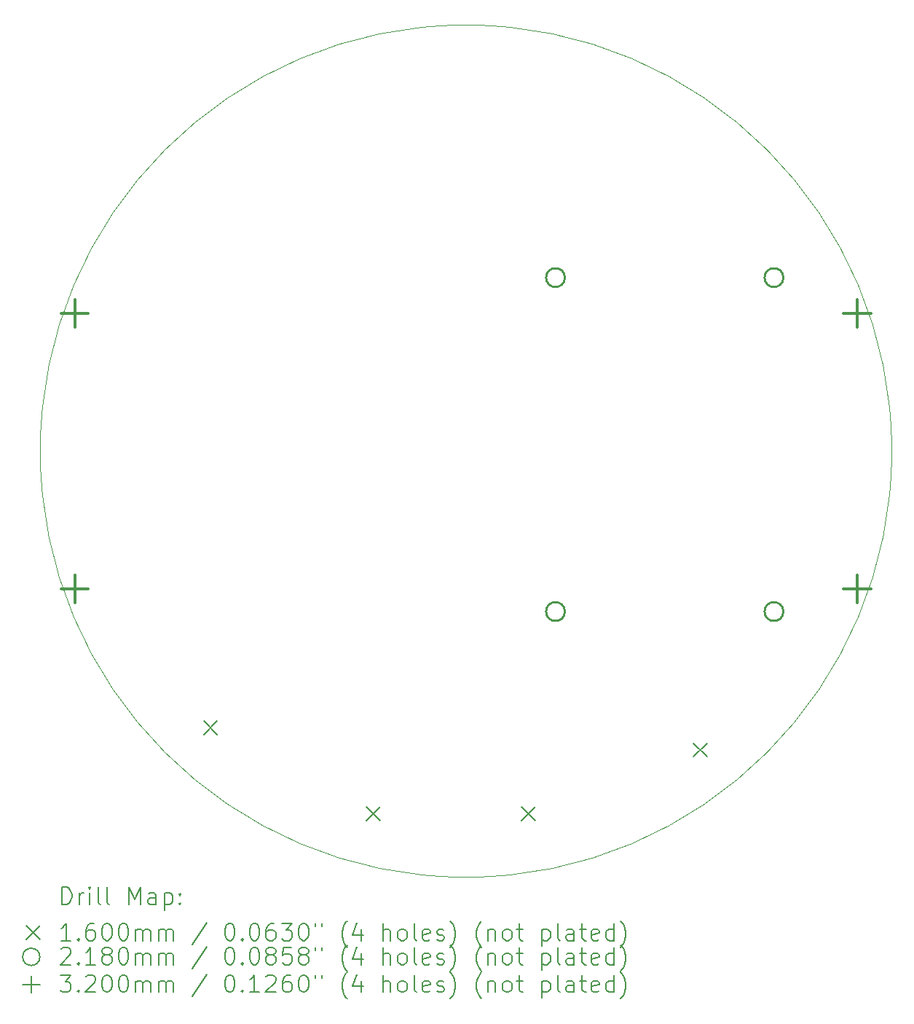
<source format=gbr>
%TF.GenerationSoftware,KiCad,Pcbnew,(6.0.10)*%
%TF.CreationDate,2023-02-04T10:39:50-08:00*%
%TF.ProjectId,unified_elec_steering,756e6966-6965-4645-9f65-6c65635f7374,rev?*%
%TF.SameCoordinates,Original*%
%TF.FileFunction,Drillmap*%
%TF.FilePolarity,Positive*%
%FSLAX45Y45*%
G04 Gerber Fmt 4.5, Leading zero omitted, Abs format (unit mm)*
G04 Created by KiCad (PCBNEW (6.0.10)) date 2023-02-04 10:39:50*
%MOMM*%
%LPD*%
G01*
G04 APERTURE LIST*
%ADD10C,0.100000*%
%ADD11C,0.200000*%
%ADD12C,0.160000*%
%ADD13C,0.218000*%
%ADD14C,0.320000*%
G04 APERTURE END LIST*
D10*
X4950000Y0D02*
G75*
G03*
X4950000Y0I-4950000J0D01*
G01*
D11*
D12*
X-3050890Y-3132069D02*
X-2890890Y-3292069D01*
X-2890890Y-3132069D02*
X-3050890Y-3292069D01*
X-1158499Y-4133181D02*
X-998499Y-4293181D01*
X-998499Y-4133181D02*
X-1158499Y-4293181D01*
X641501Y-4133181D02*
X801501Y-4293181D01*
X801501Y-4133181D02*
X641501Y-4293181D01*
X2644883Y-3391011D02*
X2804883Y-3551011D01*
X2804883Y-3391011D02*
X2644883Y-3551011D01*
D13*
X1148800Y2016200D02*
G75*
G03*
X1148800Y2016200I-109000J0D01*
G01*
X1148800Y-1863800D02*
G75*
G03*
X1148800Y-1863800I-109000J0D01*
G01*
X3688800Y2016200D02*
G75*
G03*
X3688800Y2016200I-109000J0D01*
G01*
X3688800Y-1863800D02*
G75*
G03*
X3688800Y-1863800I-109000J0D01*
G01*
D14*
X-4550000Y1760000D02*
X-4550000Y1440000D01*
X-4710000Y1600000D02*
X-4390000Y1600000D01*
X-4550000Y-1440000D02*
X-4550000Y-1760000D01*
X-4710000Y-1600000D02*
X-4390000Y-1600000D01*
X4550000Y1760000D02*
X4550000Y1440000D01*
X4390000Y1600000D02*
X4710000Y1600000D01*
X4550000Y-1440000D02*
X4550000Y-1760000D01*
X4390000Y-1600000D02*
X4710000Y-1600000D01*
D11*
X-4697381Y-5265476D02*
X-4697381Y-5065476D01*
X-4649762Y-5065476D01*
X-4621190Y-5075000D01*
X-4602143Y-5094048D01*
X-4592619Y-5113095D01*
X-4583095Y-5151190D01*
X-4583095Y-5179762D01*
X-4592619Y-5217857D01*
X-4602143Y-5236905D01*
X-4621190Y-5255952D01*
X-4649762Y-5265476D01*
X-4697381Y-5265476D01*
X-4497381Y-5265476D02*
X-4497381Y-5132143D01*
X-4497381Y-5170238D02*
X-4487857Y-5151190D01*
X-4478333Y-5141667D01*
X-4459286Y-5132143D01*
X-4440238Y-5132143D01*
X-4373571Y-5265476D02*
X-4373571Y-5132143D01*
X-4373571Y-5065476D02*
X-4383095Y-5075000D01*
X-4373571Y-5084524D01*
X-4364048Y-5075000D01*
X-4373571Y-5065476D01*
X-4373571Y-5084524D01*
X-4249762Y-5265476D02*
X-4268810Y-5255952D01*
X-4278333Y-5236905D01*
X-4278333Y-5065476D01*
X-4145000Y-5265476D02*
X-4164048Y-5255952D01*
X-4173571Y-5236905D01*
X-4173571Y-5065476D01*
X-3916428Y-5265476D02*
X-3916428Y-5065476D01*
X-3849762Y-5208333D01*
X-3783095Y-5065476D01*
X-3783095Y-5265476D01*
X-3602143Y-5265476D02*
X-3602143Y-5160714D01*
X-3611667Y-5141667D01*
X-3630714Y-5132143D01*
X-3668809Y-5132143D01*
X-3687857Y-5141667D01*
X-3602143Y-5255952D02*
X-3621190Y-5265476D01*
X-3668809Y-5265476D01*
X-3687857Y-5255952D01*
X-3697381Y-5236905D01*
X-3697381Y-5217857D01*
X-3687857Y-5198810D01*
X-3668809Y-5189286D01*
X-3621190Y-5189286D01*
X-3602143Y-5179762D01*
X-3506905Y-5132143D02*
X-3506905Y-5332143D01*
X-3506905Y-5141667D02*
X-3487857Y-5132143D01*
X-3449762Y-5132143D01*
X-3430714Y-5141667D01*
X-3421190Y-5151190D01*
X-3411667Y-5170238D01*
X-3411667Y-5227381D01*
X-3421190Y-5246429D01*
X-3430714Y-5255952D01*
X-3449762Y-5265476D01*
X-3487857Y-5265476D01*
X-3506905Y-5255952D01*
X-3325952Y-5246429D02*
X-3316428Y-5255952D01*
X-3325952Y-5265476D01*
X-3335476Y-5255952D01*
X-3325952Y-5246429D01*
X-3325952Y-5265476D01*
X-3325952Y-5141667D02*
X-3316428Y-5151190D01*
X-3325952Y-5160714D01*
X-3335476Y-5151190D01*
X-3325952Y-5141667D01*
X-3325952Y-5160714D01*
D12*
X-5115000Y-5515000D02*
X-4955000Y-5675000D01*
X-4955000Y-5515000D02*
X-5115000Y-5675000D01*
D11*
X-4592619Y-5685476D02*
X-4706905Y-5685476D01*
X-4649762Y-5685476D02*
X-4649762Y-5485476D01*
X-4668810Y-5514048D01*
X-4687857Y-5533095D01*
X-4706905Y-5542619D01*
X-4506905Y-5666428D02*
X-4497381Y-5675952D01*
X-4506905Y-5685476D01*
X-4516429Y-5675952D01*
X-4506905Y-5666428D01*
X-4506905Y-5685476D01*
X-4325952Y-5485476D02*
X-4364048Y-5485476D01*
X-4383095Y-5495000D01*
X-4392619Y-5504524D01*
X-4411667Y-5533095D01*
X-4421190Y-5571190D01*
X-4421190Y-5647381D01*
X-4411667Y-5666428D01*
X-4402143Y-5675952D01*
X-4383095Y-5685476D01*
X-4345000Y-5685476D01*
X-4325952Y-5675952D01*
X-4316429Y-5666428D01*
X-4306905Y-5647381D01*
X-4306905Y-5599762D01*
X-4316429Y-5580714D01*
X-4325952Y-5571190D01*
X-4345000Y-5561667D01*
X-4383095Y-5561667D01*
X-4402143Y-5571190D01*
X-4411667Y-5580714D01*
X-4421190Y-5599762D01*
X-4183095Y-5485476D02*
X-4164048Y-5485476D01*
X-4145000Y-5495000D01*
X-4135476Y-5504524D01*
X-4125952Y-5523571D01*
X-4116428Y-5561667D01*
X-4116428Y-5609286D01*
X-4125952Y-5647381D01*
X-4135476Y-5666428D01*
X-4145000Y-5675952D01*
X-4164048Y-5685476D01*
X-4183095Y-5685476D01*
X-4202143Y-5675952D01*
X-4211667Y-5666428D01*
X-4221190Y-5647381D01*
X-4230714Y-5609286D01*
X-4230714Y-5561667D01*
X-4221190Y-5523571D01*
X-4211667Y-5504524D01*
X-4202143Y-5495000D01*
X-4183095Y-5485476D01*
X-3992619Y-5485476D02*
X-3973571Y-5485476D01*
X-3954524Y-5495000D01*
X-3945000Y-5504524D01*
X-3935476Y-5523571D01*
X-3925952Y-5561667D01*
X-3925952Y-5609286D01*
X-3935476Y-5647381D01*
X-3945000Y-5666428D01*
X-3954524Y-5675952D01*
X-3973571Y-5685476D01*
X-3992619Y-5685476D01*
X-4011667Y-5675952D01*
X-4021190Y-5666428D01*
X-4030714Y-5647381D01*
X-4040238Y-5609286D01*
X-4040238Y-5561667D01*
X-4030714Y-5523571D01*
X-4021190Y-5504524D01*
X-4011667Y-5495000D01*
X-3992619Y-5485476D01*
X-3840238Y-5685476D02*
X-3840238Y-5552143D01*
X-3840238Y-5571190D02*
X-3830714Y-5561667D01*
X-3811667Y-5552143D01*
X-3783095Y-5552143D01*
X-3764048Y-5561667D01*
X-3754524Y-5580714D01*
X-3754524Y-5685476D01*
X-3754524Y-5580714D02*
X-3745000Y-5561667D01*
X-3725952Y-5552143D01*
X-3697381Y-5552143D01*
X-3678333Y-5561667D01*
X-3668809Y-5580714D01*
X-3668809Y-5685476D01*
X-3573571Y-5685476D02*
X-3573571Y-5552143D01*
X-3573571Y-5571190D02*
X-3564048Y-5561667D01*
X-3545000Y-5552143D01*
X-3516428Y-5552143D01*
X-3497381Y-5561667D01*
X-3487857Y-5580714D01*
X-3487857Y-5685476D01*
X-3487857Y-5580714D02*
X-3478333Y-5561667D01*
X-3459286Y-5552143D01*
X-3430714Y-5552143D01*
X-3411667Y-5561667D01*
X-3402143Y-5580714D01*
X-3402143Y-5685476D01*
X-3011667Y-5475952D02*
X-3183095Y-5733095D01*
X-2754524Y-5485476D02*
X-2735476Y-5485476D01*
X-2716429Y-5495000D01*
X-2706905Y-5504524D01*
X-2697381Y-5523571D01*
X-2687857Y-5561667D01*
X-2687857Y-5609286D01*
X-2697381Y-5647381D01*
X-2706905Y-5666428D01*
X-2716429Y-5675952D01*
X-2735476Y-5685476D01*
X-2754524Y-5685476D01*
X-2773571Y-5675952D01*
X-2783095Y-5666428D01*
X-2792619Y-5647381D01*
X-2802143Y-5609286D01*
X-2802143Y-5561667D01*
X-2792619Y-5523571D01*
X-2783095Y-5504524D01*
X-2773571Y-5495000D01*
X-2754524Y-5485476D01*
X-2602143Y-5666428D02*
X-2592619Y-5675952D01*
X-2602143Y-5685476D01*
X-2611667Y-5675952D01*
X-2602143Y-5666428D01*
X-2602143Y-5685476D01*
X-2468810Y-5485476D02*
X-2449762Y-5485476D01*
X-2430714Y-5495000D01*
X-2421190Y-5504524D01*
X-2411667Y-5523571D01*
X-2402143Y-5561667D01*
X-2402143Y-5609286D01*
X-2411667Y-5647381D01*
X-2421190Y-5666428D01*
X-2430714Y-5675952D01*
X-2449762Y-5685476D01*
X-2468810Y-5685476D01*
X-2487857Y-5675952D01*
X-2497381Y-5666428D01*
X-2506905Y-5647381D01*
X-2516429Y-5609286D01*
X-2516429Y-5561667D01*
X-2506905Y-5523571D01*
X-2497381Y-5504524D01*
X-2487857Y-5495000D01*
X-2468810Y-5485476D01*
X-2230714Y-5485476D02*
X-2268810Y-5485476D01*
X-2287857Y-5495000D01*
X-2297381Y-5504524D01*
X-2316429Y-5533095D01*
X-2325952Y-5571190D01*
X-2325952Y-5647381D01*
X-2316429Y-5666428D01*
X-2306905Y-5675952D01*
X-2287857Y-5685476D01*
X-2249762Y-5685476D01*
X-2230714Y-5675952D01*
X-2221190Y-5666428D01*
X-2211667Y-5647381D01*
X-2211667Y-5599762D01*
X-2221190Y-5580714D01*
X-2230714Y-5571190D01*
X-2249762Y-5561667D01*
X-2287857Y-5561667D01*
X-2306905Y-5571190D01*
X-2316429Y-5580714D01*
X-2325952Y-5599762D01*
X-2145000Y-5485476D02*
X-2021190Y-5485476D01*
X-2087857Y-5561667D01*
X-2059286Y-5561667D01*
X-2040238Y-5571190D01*
X-2030714Y-5580714D01*
X-2021190Y-5599762D01*
X-2021190Y-5647381D01*
X-2030714Y-5666428D01*
X-2040238Y-5675952D01*
X-2059286Y-5685476D01*
X-2116429Y-5685476D01*
X-2135476Y-5675952D01*
X-2145000Y-5666428D01*
X-1897381Y-5485476D02*
X-1878333Y-5485476D01*
X-1859286Y-5495000D01*
X-1849762Y-5504524D01*
X-1840238Y-5523571D01*
X-1830714Y-5561667D01*
X-1830714Y-5609286D01*
X-1840238Y-5647381D01*
X-1849762Y-5666428D01*
X-1859286Y-5675952D01*
X-1878333Y-5685476D01*
X-1897381Y-5685476D01*
X-1916428Y-5675952D01*
X-1925952Y-5666428D01*
X-1935476Y-5647381D01*
X-1945000Y-5609286D01*
X-1945000Y-5561667D01*
X-1935476Y-5523571D01*
X-1925952Y-5504524D01*
X-1916428Y-5495000D01*
X-1897381Y-5485476D01*
X-1754524Y-5485476D02*
X-1754524Y-5523571D01*
X-1678333Y-5485476D02*
X-1678333Y-5523571D01*
X-1383095Y-5761667D02*
X-1392619Y-5752143D01*
X-1411667Y-5723571D01*
X-1421190Y-5704524D01*
X-1430714Y-5675952D01*
X-1440238Y-5628333D01*
X-1440238Y-5590238D01*
X-1430714Y-5542619D01*
X-1421190Y-5514048D01*
X-1411667Y-5495000D01*
X-1392619Y-5466429D01*
X-1383095Y-5456905D01*
X-1221190Y-5552143D02*
X-1221190Y-5685476D01*
X-1268810Y-5475952D02*
X-1316429Y-5618809D01*
X-1192619Y-5618809D01*
X-964048Y-5685476D02*
X-964048Y-5485476D01*
X-878333Y-5685476D02*
X-878333Y-5580714D01*
X-887857Y-5561667D01*
X-906905Y-5552143D01*
X-935476Y-5552143D01*
X-954524Y-5561667D01*
X-964048Y-5571190D01*
X-754524Y-5685476D02*
X-773571Y-5675952D01*
X-783095Y-5666428D01*
X-792619Y-5647381D01*
X-792619Y-5590238D01*
X-783095Y-5571190D01*
X-773571Y-5561667D01*
X-754524Y-5552143D01*
X-725952Y-5552143D01*
X-706905Y-5561667D01*
X-697381Y-5571190D01*
X-687857Y-5590238D01*
X-687857Y-5647381D01*
X-697381Y-5666428D01*
X-706905Y-5675952D01*
X-725952Y-5685476D01*
X-754524Y-5685476D01*
X-573571Y-5685476D02*
X-592619Y-5675952D01*
X-602143Y-5656905D01*
X-602143Y-5485476D01*
X-421190Y-5675952D02*
X-440238Y-5685476D01*
X-478333Y-5685476D01*
X-497381Y-5675952D01*
X-506905Y-5656905D01*
X-506905Y-5580714D01*
X-497381Y-5561667D01*
X-478333Y-5552143D01*
X-440238Y-5552143D01*
X-421190Y-5561667D01*
X-411667Y-5580714D01*
X-411667Y-5599762D01*
X-506905Y-5618809D01*
X-335476Y-5675952D02*
X-316429Y-5685476D01*
X-278333Y-5685476D01*
X-259286Y-5675952D01*
X-249762Y-5656905D01*
X-249762Y-5647381D01*
X-259286Y-5628333D01*
X-278333Y-5618809D01*
X-306905Y-5618809D01*
X-325952Y-5609286D01*
X-335476Y-5590238D01*
X-335476Y-5580714D01*
X-325952Y-5561667D01*
X-306905Y-5552143D01*
X-278333Y-5552143D01*
X-259286Y-5561667D01*
X-183095Y-5761667D02*
X-173571Y-5752143D01*
X-154524Y-5723571D01*
X-145000Y-5704524D01*
X-135476Y-5675952D01*
X-125952Y-5628333D01*
X-125952Y-5590238D01*
X-135476Y-5542619D01*
X-145000Y-5514048D01*
X-154524Y-5495000D01*
X-173571Y-5466429D01*
X-183095Y-5456905D01*
X178809Y-5761667D02*
X169286Y-5752143D01*
X150238Y-5723571D01*
X140714Y-5704524D01*
X131190Y-5675952D01*
X121667Y-5628333D01*
X121667Y-5590238D01*
X131190Y-5542619D01*
X140714Y-5514048D01*
X150238Y-5495000D01*
X169286Y-5466429D01*
X178809Y-5456905D01*
X255000Y-5552143D02*
X255000Y-5685476D01*
X255000Y-5571190D02*
X264524Y-5561667D01*
X283571Y-5552143D01*
X312143Y-5552143D01*
X331190Y-5561667D01*
X340714Y-5580714D01*
X340714Y-5685476D01*
X464524Y-5685476D02*
X445476Y-5675952D01*
X435952Y-5666428D01*
X426428Y-5647381D01*
X426428Y-5590238D01*
X435952Y-5571190D01*
X445476Y-5561667D01*
X464524Y-5552143D01*
X493095Y-5552143D01*
X512143Y-5561667D01*
X521667Y-5571190D01*
X531190Y-5590238D01*
X531190Y-5647381D01*
X521667Y-5666428D01*
X512143Y-5675952D01*
X493095Y-5685476D01*
X464524Y-5685476D01*
X588333Y-5552143D02*
X664524Y-5552143D01*
X616905Y-5485476D02*
X616905Y-5656905D01*
X626429Y-5675952D01*
X645476Y-5685476D01*
X664524Y-5685476D01*
X883571Y-5552143D02*
X883571Y-5752143D01*
X883571Y-5561667D02*
X902619Y-5552143D01*
X940714Y-5552143D01*
X959762Y-5561667D01*
X969286Y-5571190D01*
X978809Y-5590238D01*
X978809Y-5647381D01*
X969286Y-5666428D01*
X959762Y-5675952D01*
X940714Y-5685476D01*
X902619Y-5685476D01*
X883571Y-5675952D01*
X1093095Y-5685476D02*
X1074048Y-5675952D01*
X1064524Y-5656905D01*
X1064524Y-5485476D01*
X1255000Y-5685476D02*
X1255000Y-5580714D01*
X1245476Y-5561667D01*
X1226429Y-5552143D01*
X1188333Y-5552143D01*
X1169286Y-5561667D01*
X1255000Y-5675952D02*
X1235952Y-5685476D01*
X1188333Y-5685476D01*
X1169286Y-5675952D01*
X1159762Y-5656905D01*
X1159762Y-5637857D01*
X1169286Y-5618809D01*
X1188333Y-5609286D01*
X1235952Y-5609286D01*
X1255000Y-5599762D01*
X1321667Y-5552143D02*
X1397857Y-5552143D01*
X1350238Y-5485476D02*
X1350238Y-5656905D01*
X1359762Y-5675952D01*
X1378810Y-5685476D01*
X1397857Y-5685476D01*
X1540714Y-5675952D02*
X1521667Y-5685476D01*
X1483571Y-5685476D01*
X1464524Y-5675952D01*
X1455000Y-5656905D01*
X1455000Y-5580714D01*
X1464524Y-5561667D01*
X1483571Y-5552143D01*
X1521667Y-5552143D01*
X1540714Y-5561667D01*
X1550238Y-5580714D01*
X1550238Y-5599762D01*
X1455000Y-5618809D01*
X1721667Y-5685476D02*
X1721667Y-5485476D01*
X1721667Y-5675952D02*
X1702619Y-5685476D01*
X1664524Y-5685476D01*
X1645476Y-5675952D01*
X1635952Y-5666428D01*
X1626428Y-5647381D01*
X1626428Y-5590238D01*
X1635952Y-5571190D01*
X1645476Y-5561667D01*
X1664524Y-5552143D01*
X1702619Y-5552143D01*
X1721667Y-5561667D01*
X1797857Y-5761667D02*
X1807381Y-5752143D01*
X1826428Y-5723571D01*
X1835952Y-5704524D01*
X1845476Y-5675952D01*
X1855000Y-5628333D01*
X1855000Y-5590238D01*
X1845476Y-5542619D01*
X1835952Y-5514048D01*
X1826428Y-5495000D01*
X1807381Y-5466429D01*
X1797857Y-5456905D01*
X-4955000Y-5875000D02*
G75*
G03*
X-4955000Y-5875000I-100000J0D01*
G01*
X-4706905Y-5784524D02*
X-4697381Y-5775000D01*
X-4678333Y-5765476D01*
X-4630714Y-5765476D01*
X-4611667Y-5775000D01*
X-4602143Y-5784524D01*
X-4592619Y-5803571D01*
X-4592619Y-5822619D01*
X-4602143Y-5851190D01*
X-4716429Y-5965476D01*
X-4592619Y-5965476D01*
X-4506905Y-5946428D02*
X-4497381Y-5955952D01*
X-4506905Y-5965476D01*
X-4516429Y-5955952D01*
X-4506905Y-5946428D01*
X-4506905Y-5965476D01*
X-4306905Y-5965476D02*
X-4421190Y-5965476D01*
X-4364048Y-5965476D02*
X-4364048Y-5765476D01*
X-4383095Y-5794048D01*
X-4402143Y-5813095D01*
X-4421190Y-5822619D01*
X-4192619Y-5851190D02*
X-4211667Y-5841667D01*
X-4221190Y-5832143D01*
X-4230714Y-5813095D01*
X-4230714Y-5803571D01*
X-4221190Y-5784524D01*
X-4211667Y-5775000D01*
X-4192619Y-5765476D01*
X-4154524Y-5765476D01*
X-4135476Y-5775000D01*
X-4125952Y-5784524D01*
X-4116428Y-5803571D01*
X-4116428Y-5813095D01*
X-4125952Y-5832143D01*
X-4135476Y-5841667D01*
X-4154524Y-5851190D01*
X-4192619Y-5851190D01*
X-4211667Y-5860714D01*
X-4221190Y-5870238D01*
X-4230714Y-5889286D01*
X-4230714Y-5927381D01*
X-4221190Y-5946428D01*
X-4211667Y-5955952D01*
X-4192619Y-5965476D01*
X-4154524Y-5965476D01*
X-4135476Y-5955952D01*
X-4125952Y-5946428D01*
X-4116428Y-5927381D01*
X-4116428Y-5889286D01*
X-4125952Y-5870238D01*
X-4135476Y-5860714D01*
X-4154524Y-5851190D01*
X-3992619Y-5765476D02*
X-3973571Y-5765476D01*
X-3954524Y-5775000D01*
X-3945000Y-5784524D01*
X-3935476Y-5803571D01*
X-3925952Y-5841667D01*
X-3925952Y-5889286D01*
X-3935476Y-5927381D01*
X-3945000Y-5946428D01*
X-3954524Y-5955952D01*
X-3973571Y-5965476D01*
X-3992619Y-5965476D01*
X-4011667Y-5955952D01*
X-4021190Y-5946428D01*
X-4030714Y-5927381D01*
X-4040238Y-5889286D01*
X-4040238Y-5841667D01*
X-4030714Y-5803571D01*
X-4021190Y-5784524D01*
X-4011667Y-5775000D01*
X-3992619Y-5765476D01*
X-3840238Y-5965476D02*
X-3840238Y-5832143D01*
X-3840238Y-5851190D02*
X-3830714Y-5841667D01*
X-3811667Y-5832143D01*
X-3783095Y-5832143D01*
X-3764048Y-5841667D01*
X-3754524Y-5860714D01*
X-3754524Y-5965476D01*
X-3754524Y-5860714D02*
X-3745000Y-5841667D01*
X-3725952Y-5832143D01*
X-3697381Y-5832143D01*
X-3678333Y-5841667D01*
X-3668809Y-5860714D01*
X-3668809Y-5965476D01*
X-3573571Y-5965476D02*
X-3573571Y-5832143D01*
X-3573571Y-5851190D02*
X-3564048Y-5841667D01*
X-3545000Y-5832143D01*
X-3516428Y-5832143D01*
X-3497381Y-5841667D01*
X-3487857Y-5860714D01*
X-3487857Y-5965476D01*
X-3487857Y-5860714D02*
X-3478333Y-5841667D01*
X-3459286Y-5832143D01*
X-3430714Y-5832143D01*
X-3411667Y-5841667D01*
X-3402143Y-5860714D01*
X-3402143Y-5965476D01*
X-3011667Y-5755952D02*
X-3183095Y-6013095D01*
X-2754524Y-5765476D02*
X-2735476Y-5765476D01*
X-2716429Y-5775000D01*
X-2706905Y-5784524D01*
X-2697381Y-5803571D01*
X-2687857Y-5841667D01*
X-2687857Y-5889286D01*
X-2697381Y-5927381D01*
X-2706905Y-5946428D01*
X-2716429Y-5955952D01*
X-2735476Y-5965476D01*
X-2754524Y-5965476D01*
X-2773571Y-5955952D01*
X-2783095Y-5946428D01*
X-2792619Y-5927381D01*
X-2802143Y-5889286D01*
X-2802143Y-5841667D01*
X-2792619Y-5803571D01*
X-2783095Y-5784524D01*
X-2773571Y-5775000D01*
X-2754524Y-5765476D01*
X-2602143Y-5946428D02*
X-2592619Y-5955952D01*
X-2602143Y-5965476D01*
X-2611667Y-5955952D01*
X-2602143Y-5946428D01*
X-2602143Y-5965476D01*
X-2468810Y-5765476D02*
X-2449762Y-5765476D01*
X-2430714Y-5775000D01*
X-2421190Y-5784524D01*
X-2411667Y-5803571D01*
X-2402143Y-5841667D01*
X-2402143Y-5889286D01*
X-2411667Y-5927381D01*
X-2421190Y-5946428D01*
X-2430714Y-5955952D01*
X-2449762Y-5965476D01*
X-2468810Y-5965476D01*
X-2487857Y-5955952D01*
X-2497381Y-5946428D01*
X-2506905Y-5927381D01*
X-2516429Y-5889286D01*
X-2516429Y-5841667D01*
X-2506905Y-5803571D01*
X-2497381Y-5784524D01*
X-2487857Y-5775000D01*
X-2468810Y-5765476D01*
X-2287857Y-5851190D02*
X-2306905Y-5841667D01*
X-2316429Y-5832143D01*
X-2325952Y-5813095D01*
X-2325952Y-5803571D01*
X-2316429Y-5784524D01*
X-2306905Y-5775000D01*
X-2287857Y-5765476D01*
X-2249762Y-5765476D01*
X-2230714Y-5775000D01*
X-2221190Y-5784524D01*
X-2211667Y-5803571D01*
X-2211667Y-5813095D01*
X-2221190Y-5832143D01*
X-2230714Y-5841667D01*
X-2249762Y-5851190D01*
X-2287857Y-5851190D01*
X-2306905Y-5860714D01*
X-2316429Y-5870238D01*
X-2325952Y-5889286D01*
X-2325952Y-5927381D01*
X-2316429Y-5946428D01*
X-2306905Y-5955952D01*
X-2287857Y-5965476D01*
X-2249762Y-5965476D01*
X-2230714Y-5955952D01*
X-2221190Y-5946428D01*
X-2211667Y-5927381D01*
X-2211667Y-5889286D01*
X-2221190Y-5870238D01*
X-2230714Y-5860714D01*
X-2249762Y-5851190D01*
X-2030714Y-5765476D02*
X-2125952Y-5765476D01*
X-2135476Y-5860714D01*
X-2125952Y-5851190D01*
X-2106905Y-5841667D01*
X-2059286Y-5841667D01*
X-2040238Y-5851190D01*
X-2030714Y-5860714D01*
X-2021190Y-5879762D01*
X-2021190Y-5927381D01*
X-2030714Y-5946428D01*
X-2040238Y-5955952D01*
X-2059286Y-5965476D01*
X-2106905Y-5965476D01*
X-2125952Y-5955952D01*
X-2135476Y-5946428D01*
X-1906905Y-5851190D02*
X-1925952Y-5841667D01*
X-1935476Y-5832143D01*
X-1945000Y-5813095D01*
X-1945000Y-5803571D01*
X-1935476Y-5784524D01*
X-1925952Y-5775000D01*
X-1906905Y-5765476D01*
X-1868809Y-5765476D01*
X-1849762Y-5775000D01*
X-1840238Y-5784524D01*
X-1830714Y-5803571D01*
X-1830714Y-5813095D01*
X-1840238Y-5832143D01*
X-1849762Y-5841667D01*
X-1868809Y-5851190D01*
X-1906905Y-5851190D01*
X-1925952Y-5860714D01*
X-1935476Y-5870238D01*
X-1945000Y-5889286D01*
X-1945000Y-5927381D01*
X-1935476Y-5946428D01*
X-1925952Y-5955952D01*
X-1906905Y-5965476D01*
X-1868809Y-5965476D01*
X-1849762Y-5955952D01*
X-1840238Y-5946428D01*
X-1830714Y-5927381D01*
X-1830714Y-5889286D01*
X-1840238Y-5870238D01*
X-1849762Y-5860714D01*
X-1868809Y-5851190D01*
X-1754524Y-5765476D02*
X-1754524Y-5803571D01*
X-1678333Y-5765476D02*
X-1678333Y-5803571D01*
X-1383095Y-6041667D02*
X-1392619Y-6032143D01*
X-1411667Y-6003571D01*
X-1421190Y-5984524D01*
X-1430714Y-5955952D01*
X-1440238Y-5908333D01*
X-1440238Y-5870238D01*
X-1430714Y-5822619D01*
X-1421190Y-5794048D01*
X-1411667Y-5775000D01*
X-1392619Y-5746428D01*
X-1383095Y-5736905D01*
X-1221190Y-5832143D02*
X-1221190Y-5965476D01*
X-1268810Y-5755952D02*
X-1316429Y-5898809D01*
X-1192619Y-5898809D01*
X-964048Y-5965476D02*
X-964048Y-5765476D01*
X-878333Y-5965476D02*
X-878333Y-5860714D01*
X-887857Y-5841667D01*
X-906905Y-5832143D01*
X-935476Y-5832143D01*
X-954524Y-5841667D01*
X-964048Y-5851190D01*
X-754524Y-5965476D02*
X-773571Y-5955952D01*
X-783095Y-5946428D01*
X-792619Y-5927381D01*
X-792619Y-5870238D01*
X-783095Y-5851190D01*
X-773571Y-5841667D01*
X-754524Y-5832143D01*
X-725952Y-5832143D01*
X-706905Y-5841667D01*
X-697381Y-5851190D01*
X-687857Y-5870238D01*
X-687857Y-5927381D01*
X-697381Y-5946428D01*
X-706905Y-5955952D01*
X-725952Y-5965476D01*
X-754524Y-5965476D01*
X-573571Y-5965476D02*
X-592619Y-5955952D01*
X-602143Y-5936905D01*
X-602143Y-5765476D01*
X-421190Y-5955952D02*
X-440238Y-5965476D01*
X-478333Y-5965476D01*
X-497381Y-5955952D01*
X-506905Y-5936905D01*
X-506905Y-5860714D01*
X-497381Y-5841667D01*
X-478333Y-5832143D01*
X-440238Y-5832143D01*
X-421190Y-5841667D01*
X-411667Y-5860714D01*
X-411667Y-5879762D01*
X-506905Y-5898809D01*
X-335476Y-5955952D02*
X-316429Y-5965476D01*
X-278333Y-5965476D01*
X-259286Y-5955952D01*
X-249762Y-5936905D01*
X-249762Y-5927381D01*
X-259286Y-5908333D01*
X-278333Y-5898809D01*
X-306905Y-5898809D01*
X-325952Y-5889286D01*
X-335476Y-5870238D01*
X-335476Y-5860714D01*
X-325952Y-5841667D01*
X-306905Y-5832143D01*
X-278333Y-5832143D01*
X-259286Y-5841667D01*
X-183095Y-6041667D02*
X-173571Y-6032143D01*
X-154524Y-6003571D01*
X-145000Y-5984524D01*
X-135476Y-5955952D01*
X-125952Y-5908333D01*
X-125952Y-5870238D01*
X-135476Y-5822619D01*
X-145000Y-5794048D01*
X-154524Y-5775000D01*
X-173571Y-5746428D01*
X-183095Y-5736905D01*
X178809Y-6041667D02*
X169286Y-6032143D01*
X150238Y-6003571D01*
X140714Y-5984524D01*
X131190Y-5955952D01*
X121667Y-5908333D01*
X121667Y-5870238D01*
X131190Y-5822619D01*
X140714Y-5794048D01*
X150238Y-5775000D01*
X169286Y-5746428D01*
X178809Y-5736905D01*
X255000Y-5832143D02*
X255000Y-5965476D01*
X255000Y-5851190D02*
X264524Y-5841667D01*
X283571Y-5832143D01*
X312143Y-5832143D01*
X331190Y-5841667D01*
X340714Y-5860714D01*
X340714Y-5965476D01*
X464524Y-5965476D02*
X445476Y-5955952D01*
X435952Y-5946428D01*
X426428Y-5927381D01*
X426428Y-5870238D01*
X435952Y-5851190D01*
X445476Y-5841667D01*
X464524Y-5832143D01*
X493095Y-5832143D01*
X512143Y-5841667D01*
X521667Y-5851190D01*
X531190Y-5870238D01*
X531190Y-5927381D01*
X521667Y-5946428D01*
X512143Y-5955952D01*
X493095Y-5965476D01*
X464524Y-5965476D01*
X588333Y-5832143D02*
X664524Y-5832143D01*
X616905Y-5765476D02*
X616905Y-5936905D01*
X626429Y-5955952D01*
X645476Y-5965476D01*
X664524Y-5965476D01*
X883571Y-5832143D02*
X883571Y-6032143D01*
X883571Y-5841667D02*
X902619Y-5832143D01*
X940714Y-5832143D01*
X959762Y-5841667D01*
X969286Y-5851190D01*
X978809Y-5870238D01*
X978809Y-5927381D01*
X969286Y-5946428D01*
X959762Y-5955952D01*
X940714Y-5965476D01*
X902619Y-5965476D01*
X883571Y-5955952D01*
X1093095Y-5965476D02*
X1074048Y-5955952D01*
X1064524Y-5936905D01*
X1064524Y-5765476D01*
X1255000Y-5965476D02*
X1255000Y-5860714D01*
X1245476Y-5841667D01*
X1226429Y-5832143D01*
X1188333Y-5832143D01*
X1169286Y-5841667D01*
X1255000Y-5955952D02*
X1235952Y-5965476D01*
X1188333Y-5965476D01*
X1169286Y-5955952D01*
X1159762Y-5936905D01*
X1159762Y-5917857D01*
X1169286Y-5898809D01*
X1188333Y-5889286D01*
X1235952Y-5889286D01*
X1255000Y-5879762D01*
X1321667Y-5832143D02*
X1397857Y-5832143D01*
X1350238Y-5765476D02*
X1350238Y-5936905D01*
X1359762Y-5955952D01*
X1378810Y-5965476D01*
X1397857Y-5965476D01*
X1540714Y-5955952D02*
X1521667Y-5965476D01*
X1483571Y-5965476D01*
X1464524Y-5955952D01*
X1455000Y-5936905D01*
X1455000Y-5860714D01*
X1464524Y-5841667D01*
X1483571Y-5832143D01*
X1521667Y-5832143D01*
X1540714Y-5841667D01*
X1550238Y-5860714D01*
X1550238Y-5879762D01*
X1455000Y-5898809D01*
X1721667Y-5965476D02*
X1721667Y-5765476D01*
X1721667Y-5955952D02*
X1702619Y-5965476D01*
X1664524Y-5965476D01*
X1645476Y-5955952D01*
X1635952Y-5946428D01*
X1626428Y-5927381D01*
X1626428Y-5870238D01*
X1635952Y-5851190D01*
X1645476Y-5841667D01*
X1664524Y-5832143D01*
X1702619Y-5832143D01*
X1721667Y-5841667D01*
X1797857Y-6041667D02*
X1807381Y-6032143D01*
X1826428Y-6003571D01*
X1835952Y-5984524D01*
X1845476Y-5955952D01*
X1855000Y-5908333D01*
X1855000Y-5870238D01*
X1845476Y-5822619D01*
X1835952Y-5794048D01*
X1826428Y-5775000D01*
X1807381Y-5746428D01*
X1797857Y-5736905D01*
X-5055000Y-6095000D02*
X-5055000Y-6295000D01*
X-5155000Y-6195000D02*
X-4955000Y-6195000D01*
X-4716429Y-6085476D02*
X-4592619Y-6085476D01*
X-4659286Y-6161667D01*
X-4630714Y-6161667D01*
X-4611667Y-6171190D01*
X-4602143Y-6180714D01*
X-4592619Y-6199762D01*
X-4592619Y-6247381D01*
X-4602143Y-6266428D01*
X-4611667Y-6275952D01*
X-4630714Y-6285476D01*
X-4687857Y-6285476D01*
X-4706905Y-6275952D01*
X-4716429Y-6266428D01*
X-4506905Y-6266428D02*
X-4497381Y-6275952D01*
X-4506905Y-6285476D01*
X-4516429Y-6275952D01*
X-4506905Y-6266428D01*
X-4506905Y-6285476D01*
X-4421190Y-6104524D02*
X-4411667Y-6095000D01*
X-4392619Y-6085476D01*
X-4345000Y-6085476D01*
X-4325952Y-6095000D01*
X-4316429Y-6104524D01*
X-4306905Y-6123571D01*
X-4306905Y-6142619D01*
X-4316429Y-6171190D01*
X-4430714Y-6285476D01*
X-4306905Y-6285476D01*
X-4183095Y-6085476D02*
X-4164048Y-6085476D01*
X-4145000Y-6095000D01*
X-4135476Y-6104524D01*
X-4125952Y-6123571D01*
X-4116428Y-6161667D01*
X-4116428Y-6209286D01*
X-4125952Y-6247381D01*
X-4135476Y-6266428D01*
X-4145000Y-6275952D01*
X-4164048Y-6285476D01*
X-4183095Y-6285476D01*
X-4202143Y-6275952D01*
X-4211667Y-6266428D01*
X-4221190Y-6247381D01*
X-4230714Y-6209286D01*
X-4230714Y-6161667D01*
X-4221190Y-6123571D01*
X-4211667Y-6104524D01*
X-4202143Y-6095000D01*
X-4183095Y-6085476D01*
X-3992619Y-6085476D02*
X-3973571Y-6085476D01*
X-3954524Y-6095000D01*
X-3945000Y-6104524D01*
X-3935476Y-6123571D01*
X-3925952Y-6161667D01*
X-3925952Y-6209286D01*
X-3935476Y-6247381D01*
X-3945000Y-6266428D01*
X-3954524Y-6275952D01*
X-3973571Y-6285476D01*
X-3992619Y-6285476D01*
X-4011667Y-6275952D01*
X-4021190Y-6266428D01*
X-4030714Y-6247381D01*
X-4040238Y-6209286D01*
X-4040238Y-6161667D01*
X-4030714Y-6123571D01*
X-4021190Y-6104524D01*
X-4011667Y-6095000D01*
X-3992619Y-6085476D01*
X-3840238Y-6285476D02*
X-3840238Y-6152143D01*
X-3840238Y-6171190D02*
X-3830714Y-6161667D01*
X-3811667Y-6152143D01*
X-3783095Y-6152143D01*
X-3764048Y-6161667D01*
X-3754524Y-6180714D01*
X-3754524Y-6285476D01*
X-3754524Y-6180714D02*
X-3745000Y-6161667D01*
X-3725952Y-6152143D01*
X-3697381Y-6152143D01*
X-3678333Y-6161667D01*
X-3668809Y-6180714D01*
X-3668809Y-6285476D01*
X-3573571Y-6285476D02*
X-3573571Y-6152143D01*
X-3573571Y-6171190D02*
X-3564048Y-6161667D01*
X-3545000Y-6152143D01*
X-3516428Y-6152143D01*
X-3497381Y-6161667D01*
X-3487857Y-6180714D01*
X-3487857Y-6285476D01*
X-3487857Y-6180714D02*
X-3478333Y-6161667D01*
X-3459286Y-6152143D01*
X-3430714Y-6152143D01*
X-3411667Y-6161667D01*
X-3402143Y-6180714D01*
X-3402143Y-6285476D01*
X-3011667Y-6075952D02*
X-3183095Y-6333095D01*
X-2754524Y-6085476D02*
X-2735476Y-6085476D01*
X-2716429Y-6095000D01*
X-2706905Y-6104524D01*
X-2697381Y-6123571D01*
X-2687857Y-6161667D01*
X-2687857Y-6209286D01*
X-2697381Y-6247381D01*
X-2706905Y-6266428D01*
X-2716429Y-6275952D01*
X-2735476Y-6285476D01*
X-2754524Y-6285476D01*
X-2773571Y-6275952D01*
X-2783095Y-6266428D01*
X-2792619Y-6247381D01*
X-2802143Y-6209286D01*
X-2802143Y-6161667D01*
X-2792619Y-6123571D01*
X-2783095Y-6104524D01*
X-2773571Y-6095000D01*
X-2754524Y-6085476D01*
X-2602143Y-6266428D02*
X-2592619Y-6275952D01*
X-2602143Y-6285476D01*
X-2611667Y-6275952D01*
X-2602143Y-6266428D01*
X-2602143Y-6285476D01*
X-2402143Y-6285476D02*
X-2516429Y-6285476D01*
X-2459286Y-6285476D02*
X-2459286Y-6085476D01*
X-2478333Y-6114048D01*
X-2497381Y-6133095D01*
X-2516429Y-6142619D01*
X-2325952Y-6104524D02*
X-2316429Y-6095000D01*
X-2297381Y-6085476D01*
X-2249762Y-6085476D01*
X-2230714Y-6095000D01*
X-2221190Y-6104524D01*
X-2211667Y-6123571D01*
X-2211667Y-6142619D01*
X-2221190Y-6171190D01*
X-2335476Y-6285476D01*
X-2211667Y-6285476D01*
X-2040238Y-6085476D02*
X-2078333Y-6085476D01*
X-2097381Y-6095000D01*
X-2106905Y-6104524D01*
X-2125952Y-6133095D01*
X-2135476Y-6171190D01*
X-2135476Y-6247381D01*
X-2125952Y-6266428D01*
X-2116429Y-6275952D01*
X-2097381Y-6285476D01*
X-2059286Y-6285476D01*
X-2040238Y-6275952D01*
X-2030714Y-6266428D01*
X-2021190Y-6247381D01*
X-2021190Y-6199762D01*
X-2030714Y-6180714D01*
X-2040238Y-6171190D01*
X-2059286Y-6161667D01*
X-2097381Y-6161667D01*
X-2116429Y-6171190D01*
X-2125952Y-6180714D01*
X-2135476Y-6199762D01*
X-1897381Y-6085476D02*
X-1878333Y-6085476D01*
X-1859286Y-6095000D01*
X-1849762Y-6104524D01*
X-1840238Y-6123571D01*
X-1830714Y-6161667D01*
X-1830714Y-6209286D01*
X-1840238Y-6247381D01*
X-1849762Y-6266428D01*
X-1859286Y-6275952D01*
X-1878333Y-6285476D01*
X-1897381Y-6285476D01*
X-1916428Y-6275952D01*
X-1925952Y-6266428D01*
X-1935476Y-6247381D01*
X-1945000Y-6209286D01*
X-1945000Y-6161667D01*
X-1935476Y-6123571D01*
X-1925952Y-6104524D01*
X-1916428Y-6095000D01*
X-1897381Y-6085476D01*
X-1754524Y-6085476D02*
X-1754524Y-6123571D01*
X-1678333Y-6085476D02*
X-1678333Y-6123571D01*
X-1383095Y-6361667D02*
X-1392619Y-6352143D01*
X-1411667Y-6323571D01*
X-1421190Y-6304524D01*
X-1430714Y-6275952D01*
X-1440238Y-6228333D01*
X-1440238Y-6190238D01*
X-1430714Y-6142619D01*
X-1421190Y-6114048D01*
X-1411667Y-6095000D01*
X-1392619Y-6066428D01*
X-1383095Y-6056905D01*
X-1221190Y-6152143D02*
X-1221190Y-6285476D01*
X-1268810Y-6075952D02*
X-1316429Y-6218809D01*
X-1192619Y-6218809D01*
X-964048Y-6285476D02*
X-964048Y-6085476D01*
X-878333Y-6285476D02*
X-878333Y-6180714D01*
X-887857Y-6161667D01*
X-906905Y-6152143D01*
X-935476Y-6152143D01*
X-954524Y-6161667D01*
X-964048Y-6171190D01*
X-754524Y-6285476D02*
X-773571Y-6275952D01*
X-783095Y-6266428D01*
X-792619Y-6247381D01*
X-792619Y-6190238D01*
X-783095Y-6171190D01*
X-773571Y-6161667D01*
X-754524Y-6152143D01*
X-725952Y-6152143D01*
X-706905Y-6161667D01*
X-697381Y-6171190D01*
X-687857Y-6190238D01*
X-687857Y-6247381D01*
X-697381Y-6266428D01*
X-706905Y-6275952D01*
X-725952Y-6285476D01*
X-754524Y-6285476D01*
X-573571Y-6285476D02*
X-592619Y-6275952D01*
X-602143Y-6256905D01*
X-602143Y-6085476D01*
X-421190Y-6275952D02*
X-440238Y-6285476D01*
X-478333Y-6285476D01*
X-497381Y-6275952D01*
X-506905Y-6256905D01*
X-506905Y-6180714D01*
X-497381Y-6161667D01*
X-478333Y-6152143D01*
X-440238Y-6152143D01*
X-421190Y-6161667D01*
X-411667Y-6180714D01*
X-411667Y-6199762D01*
X-506905Y-6218809D01*
X-335476Y-6275952D02*
X-316429Y-6285476D01*
X-278333Y-6285476D01*
X-259286Y-6275952D01*
X-249762Y-6256905D01*
X-249762Y-6247381D01*
X-259286Y-6228333D01*
X-278333Y-6218809D01*
X-306905Y-6218809D01*
X-325952Y-6209286D01*
X-335476Y-6190238D01*
X-335476Y-6180714D01*
X-325952Y-6161667D01*
X-306905Y-6152143D01*
X-278333Y-6152143D01*
X-259286Y-6161667D01*
X-183095Y-6361667D02*
X-173571Y-6352143D01*
X-154524Y-6323571D01*
X-145000Y-6304524D01*
X-135476Y-6275952D01*
X-125952Y-6228333D01*
X-125952Y-6190238D01*
X-135476Y-6142619D01*
X-145000Y-6114048D01*
X-154524Y-6095000D01*
X-173571Y-6066428D01*
X-183095Y-6056905D01*
X178809Y-6361667D02*
X169286Y-6352143D01*
X150238Y-6323571D01*
X140714Y-6304524D01*
X131190Y-6275952D01*
X121667Y-6228333D01*
X121667Y-6190238D01*
X131190Y-6142619D01*
X140714Y-6114048D01*
X150238Y-6095000D01*
X169286Y-6066428D01*
X178809Y-6056905D01*
X255000Y-6152143D02*
X255000Y-6285476D01*
X255000Y-6171190D02*
X264524Y-6161667D01*
X283571Y-6152143D01*
X312143Y-6152143D01*
X331190Y-6161667D01*
X340714Y-6180714D01*
X340714Y-6285476D01*
X464524Y-6285476D02*
X445476Y-6275952D01*
X435952Y-6266428D01*
X426428Y-6247381D01*
X426428Y-6190238D01*
X435952Y-6171190D01*
X445476Y-6161667D01*
X464524Y-6152143D01*
X493095Y-6152143D01*
X512143Y-6161667D01*
X521667Y-6171190D01*
X531190Y-6190238D01*
X531190Y-6247381D01*
X521667Y-6266428D01*
X512143Y-6275952D01*
X493095Y-6285476D01*
X464524Y-6285476D01*
X588333Y-6152143D02*
X664524Y-6152143D01*
X616905Y-6085476D02*
X616905Y-6256905D01*
X626429Y-6275952D01*
X645476Y-6285476D01*
X664524Y-6285476D01*
X883571Y-6152143D02*
X883571Y-6352143D01*
X883571Y-6161667D02*
X902619Y-6152143D01*
X940714Y-6152143D01*
X959762Y-6161667D01*
X969286Y-6171190D01*
X978809Y-6190238D01*
X978809Y-6247381D01*
X969286Y-6266428D01*
X959762Y-6275952D01*
X940714Y-6285476D01*
X902619Y-6285476D01*
X883571Y-6275952D01*
X1093095Y-6285476D02*
X1074048Y-6275952D01*
X1064524Y-6256905D01*
X1064524Y-6085476D01*
X1255000Y-6285476D02*
X1255000Y-6180714D01*
X1245476Y-6161667D01*
X1226429Y-6152143D01*
X1188333Y-6152143D01*
X1169286Y-6161667D01*
X1255000Y-6275952D02*
X1235952Y-6285476D01*
X1188333Y-6285476D01*
X1169286Y-6275952D01*
X1159762Y-6256905D01*
X1159762Y-6237857D01*
X1169286Y-6218809D01*
X1188333Y-6209286D01*
X1235952Y-6209286D01*
X1255000Y-6199762D01*
X1321667Y-6152143D02*
X1397857Y-6152143D01*
X1350238Y-6085476D02*
X1350238Y-6256905D01*
X1359762Y-6275952D01*
X1378810Y-6285476D01*
X1397857Y-6285476D01*
X1540714Y-6275952D02*
X1521667Y-6285476D01*
X1483571Y-6285476D01*
X1464524Y-6275952D01*
X1455000Y-6256905D01*
X1455000Y-6180714D01*
X1464524Y-6161667D01*
X1483571Y-6152143D01*
X1521667Y-6152143D01*
X1540714Y-6161667D01*
X1550238Y-6180714D01*
X1550238Y-6199762D01*
X1455000Y-6218809D01*
X1721667Y-6285476D02*
X1721667Y-6085476D01*
X1721667Y-6275952D02*
X1702619Y-6285476D01*
X1664524Y-6285476D01*
X1645476Y-6275952D01*
X1635952Y-6266428D01*
X1626428Y-6247381D01*
X1626428Y-6190238D01*
X1635952Y-6171190D01*
X1645476Y-6161667D01*
X1664524Y-6152143D01*
X1702619Y-6152143D01*
X1721667Y-6161667D01*
X1797857Y-6361667D02*
X1807381Y-6352143D01*
X1826428Y-6323571D01*
X1835952Y-6304524D01*
X1845476Y-6275952D01*
X1855000Y-6228333D01*
X1855000Y-6190238D01*
X1845476Y-6142619D01*
X1835952Y-6114048D01*
X1826428Y-6095000D01*
X1807381Y-6066428D01*
X1797857Y-6056905D01*
M02*

</source>
